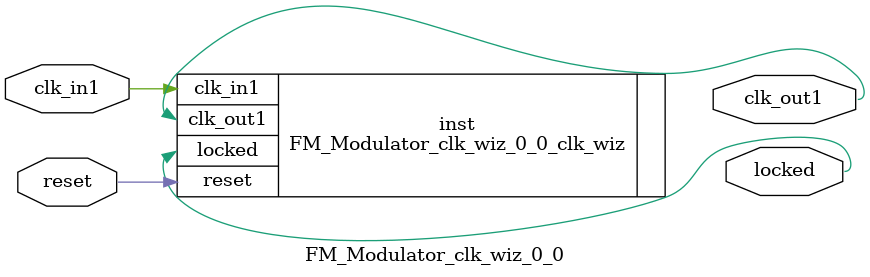
<source format=v>


`timescale 1ps/1ps

(* CORE_GENERATION_INFO = "FM_Modulator_clk_wiz_0_0,clk_wiz_v6_0_2_0_0,{component_name=FM_Modulator_clk_wiz_0_0,use_phase_alignment=true,use_min_o_jitter=false,use_max_i_jitter=false,use_dyn_phase_shift=false,use_inclk_switchover=false,use_dyn_reconfig=false,enable_axi=0,feedback_source=FDBK_AUTO,PRIMITIVE=MMCM,num_out_clk=1,clkin1_period=10.000,clkin2_period=10.000,use_power_down=false,use_reset=true,use_locked=true,use_inclk_stopped=false,feedback_type=SINGLE,CLOCK_MGR_TYPE=NA,manual_override=false}" *)

module FM_Modulator_clk_wiz_0_0 
 (
  // Clock out ports
  output        clk_out1,
  // Status and control signals
  input         reset,
  output        locked,
 // Clock in ports
  input         clk_in1
 );

  FM_Modulator_clk_wiz_0_0_clk_wiz inst
  (
  // Clock out ports  
  .clk_out1(clk_out1),
  // Status and control signals               
  .reset(reset), 
  .locked(locked),
 // Clock in ports
  .clk_in1(clk_in1)
  );

endmodule

</source>
